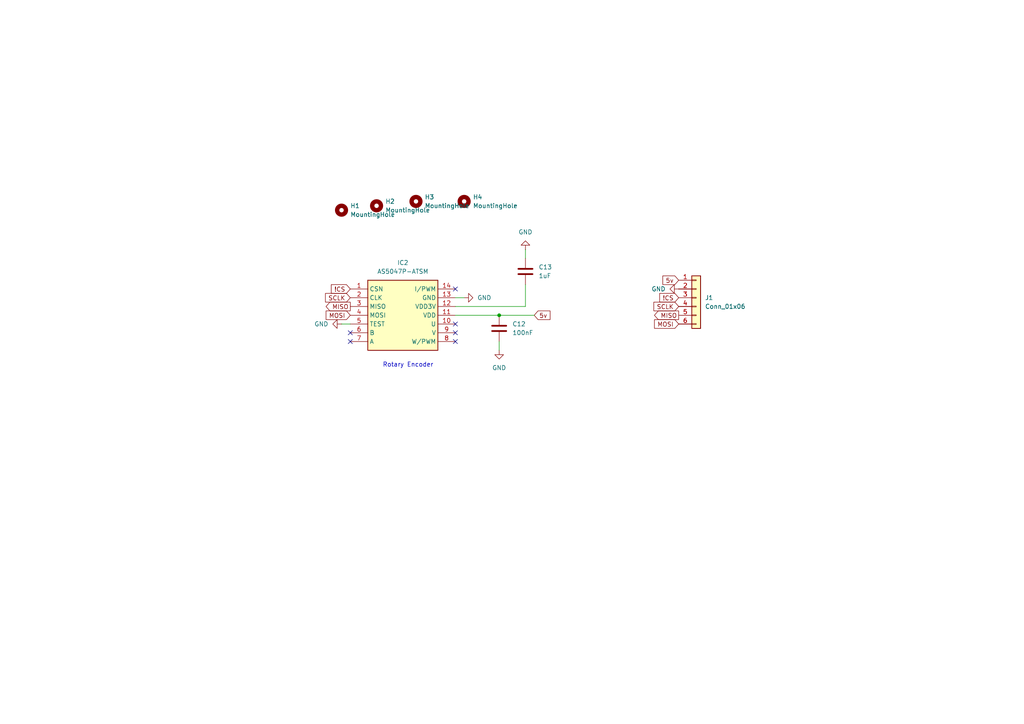
<source format=kicad_sch>
(kicad_sch (version 20250114) (generator "eeschema") (generator_version "9.0")
  (paper "A4")
  (lib_symbols
    (symbol "05-can_encoder:AS5047P-ATSM"
      (property "Reference" "IC" (at 26.67 7.62 0))
      (property "Value" "AS5047P-ATSM" (at 26.67 5.08 0))
      (symbol "AS5047P-ATSM_1_1"
        (rectangle (start 5.08 2.54) (end 25.4 -17.78) (stroke (width 0.254)) (fill (type background)))
        (pin passive line (at 0 0 0) (length 5.08) (name "CSN") (number "1"))
        (pin passive line (at 0 -2.54 0) (length 5.08) (name "CLK") (number "2"))
        (pin passive line (at 0 -5.08 0) (length 5.08) (name "MISO") (number "3"))
        (pin passive line (at 0 -7.62 0) (length 5.08) (name "MOSI") (number "4"))
        (pin passive line (at 0 -10.16 0) (length 5.08) (name "TEST") (number "5"))
        (pin passive line (at 0 -12.7 0) (length 5.08) (name "B") (number "6"))
        (pin passive line (at 0 -15.24 0) (length 5.08) (name "A") (number "7"))
        (pin passive line (at 30.48 0 180) (length 5.08) (name "I/PWM") (number "14"))
        (pin passive line (at 30.48 -2.54 180) (length 5.08) (name "GND") (number "13"))
        (pin passive line (at 30.48 -5.08 180) (length 5.08) (name "VDD3V") (number "12"))
        (pin passive line (at 30.48 -7.62 180) (length 5.08) (name "VDD") (number "11"))
        (pin passive line (at 30.48 -10.16 180) (length 5.08) (name "U") (number "10"))
        (pin passive line (at 30.48 -12.7 180) (length 5.08) (name "V") (number "9"))
        (pin passive line (at 30.48 -15.24 180) (length 5.08) (name "W/PWM") (number "8"))
      )
    )
    (symbol "Connector_Generic:Conn_01x06" (pin_names (offset 1.016) (hide yes))
      (property "Reference" "J" (at 0 7.62 0))
      (property "Value" "Conn_01x06" (at 0 -10.16 0))
      (symbol "Conn_01x06_1_1"
        (rectangle (start -1.27 6.35) (end 1.27 -8.89) (stroke (width 0.254)) (fill (type background)))
        (rectangle (start -1.27 5.207) (end 0 4.953) (stroke (width 0.1524)))
        (rectangle (start -1.27 2.667) (end 0 2.413) (stroke (width 0.1524)))
        (rectangle (start -1.27 0.127) (end 0 -0.127) (stroke (width 0.1524)))
        (rectangle (start -1.27 -2.413) (end 0 -2.667) (stroke (width 0.1524)))
        (rectangle (start -1.27 -4.953) (end 0 -5.207) (stroke (width 0.1524)))
        (rectangle (start -1.27 -7.493) (end 0 -7.747) (stroke (width 0.1524)))
        (pin passive line (at -5.08 5.08 0) (length 3.81) (name "Pin_1") (number "1"))
        (pin passive line (at -5.08 2.54 0) (length 3.81) (name "Pin_2") (number "2"))
        (pin passive line (at -5.08 0 0) (length 3.81) (name "Pin_3") (number "3"))
        (pin passive line (at -5.08 -2.54 0) (length 3.81) (name "Pin_4") (number "4"))
        (pin passive line (at -5.08 -5.08 0) (length 3.81) (name "Pin_5") (number "5"))
        (pin passive line (at -5.08 -7.62 0) (length 3.81) (name "Pin_6") (number "6"))
      )
    )
    (symbol "Device:C" (pin_numbers (hide yes)) (pin_names (offset 0.254))
      (property "Reference" "C" (at 0.635 2.54 0))
      (property "Value" "C" (at 0.635 -2.54 0))
      (symbol "C_0_1"
        (polyline (pts (xy -2.032 0.762) (xy 2.032 0.762)) (stroke (width 0.508)))
        (polyline (pts (xy -2.032 -0.762) (xy 2.032 -0.762)) (stroke (width 0.508)))
      )
      (symbol "C_1_1"
        (pin passive line (at 0 3.81 270) (length 2.794) (name "~") (number "1"))
        (pin passive line (at 0 -3.81 90) (length 2.794) (name "~") (number "2"))
      )
    )
    (symbol "Mechanical:MountingHole" (pin_names (offset 1.016)) (in_bom no)
      (property "Reference" "H" (at 0 5.08 0))
      (property "Value" "MountingHole" (at 0 3.175 0))
      (symbol "MountingHole_0_1"
        (circle (center 0 0) (radius 1.27) (stroke (width 1.27)))
      )
    )
    (symbol "power:GND" (power) (pin_numbers (hide yes)) (pin_names (offset 0) (hide yes))
      (property "Value" "GND" (at 0 -3.81 0))
      (symbol "GND_0_1"
        (polyline (pts (xy 0 0) (xy 0 -1.27) (xy 1.27 -1.27) (xy 0 -2.54) (xy -1.27 -1.27) (xy 0 -1.27)))
      )
      (symbol "GND_1_1"
        (pin power_in line (at 0 0 270) (length 0) (name "~") (number "1"))
      )
    )
  )
  (text "Rotary Encoder" (at 118.364 105.918 0) (effects (font (size 1.27 1.27))))
  (junction (at 144.78 91.44))
  (no_connect (at 132.08 99.06))
  (no_connect (at 132.08 83.82))
  (no_connect (at 132.08 93.98))
  (no_connect (at 101.6 96.52))
  (no_connect (at 101.6 99.06))
  (no_connect (at 132.08 96.52))
  (wire (pts (xy 132.08 88.9) (xy 152.4 88.9)))
  (wire (pts (xy 101.6 93.98) (xy 99.06 93.98)))
  (wire (pts (xy 144.78 91.44) (xy 132.08 91.44)))
  (wire (pts (xy 154.94 91.44) (xy 144.78 91.44)))
  (wire (pts (xy 152.4 74.93) (xy 152.4 72.39)))
  (wire (pts (xy 152.4 82.55) (xy 152.4 88.9)))
  (wire (pts (xy 144.78 99.06) (xy 144.78 101.6)))
  (wire (pts (xy 132.08 86.36) (xy 134.62 86.36)))
  (global_label "!CS" (shape input) (at 101.6 83.82 180) (property "Intersheetrefs" "${INTERSHEET_REFS}" (effects (hide yes))))
  (global_label "MOSI" (shape input) (at 101.6 91.44 180) (property "Intersheetrefs" "${INTERSHEET_REFS}" (effects (hide yes))))
  (global_label "5v" (shape input) (at 154.94 91.44 0) (property "Intersheetrefs" "${INTERSHEET_REFS}" (effects (hide yes))))
  (global_label "MISO" (shape output) (at 196.85 91.44 180) (property "Intersheetrefs" "${INTERSHEET_REFS}" (effects (hide yes))))
  (global_label "MISO" (shape output) (at 101.6 88.9 180) (property "Intersheetrefs" "${INTERSHEET_REFS}" (effects (hide yes))))
  (global_label "!CS" (shape input) (at 196.85 86.36 180) (property "Intersheetrefs" "${INTERSHEET_REFS}" (effects (hide yes))))
  (global_label "SCLK" (shape input) (at 101.6 86.36 180) (property "Intersheetrefs" "${INTERSHEET_REFS}" (effects (hide yes))))
  (global_label "SCLK" (shape input) (at 196.85 88.9 180) (property "Intersheetrefs" "${INTERSHEET_REFS}" (effects (hide yes))))
  (global_label "5v" (shape input) (at 196.85 81.28 180) (property "Intersheetrefs" "${INTERSHEET_REFS}" (effects (hide yes))))
  (global_label "MOSI" (shape input) (at 196.85 93.98 180) (property "Intersheetrefs" "${INTERSHEET_REFS}" (effects (hide yes))))
  (symbol (lib_id "Device:C") (at 152.4 78.74 180) (unit 1)
    (property "Reference" "C13" (at 156.21 77.4699 0) (effects (justify right)))
    (property "Value" "1uF" (at 156.21 80.0099 0) (effects (justify right)))
    (property "Footprint" "Capacitor_SMD:C_0603_1608Metric" (effects (hide yes)))
    (property "Description" "Unpolarized capacitor" (effects (hide yes)))
  )
  (symbol (lib_id "Connector_Generic:Conn_01x06") (at 201.93 86.36 0) (unit 1)
    (property "Reference" "J1" (at 204.47 86.3599 0) (effects (justify left)))
    (property "Value" "Conn_01x06" (at 204.47 88.8999 0) (effects (justify left)))
    (property "Footprint" "Connector_PinHeader_2.54mm:PinHeader_1x06_P2.54mm_Vertical" (effects (hide yes)))
    (property "Description" "Generic connector, single row, 01x06, script generated (kicad-library-utils/schlib/autogen/connector/)" (effects (hide yes)))
  )
  (symbol (lib_id "power:GND") (at 196.85 83.82 270) (unit 1)
    (property "Reference" "#PWR03" (effects (hide yes)))
    (property "Value" "GND" (at 193.04 83.8199 90) (effects (justify right)))
    (property "Description" "Power symbol creates a global label with name \"GND\" , ground" (effects (hide yes)))
  )
  (symbol (lib_id "Mechanical:MountingHole") (at 134.62 58.42 0) (unit 1) (in_bom no)
    (property "Reference" "H4" (at 137.16 57.1499 0) (effects (justify left)))
    (property "Value" "MountingHole" (at 137.16 59.6899 0) (effects (justify left)))
    (property "Footprint" "MountingHole:MountingHole_2.2mm_M2" (effects (hide yes)))
    (property "Description" "Mounting Hole without connection" (effects (hide yes)))
  )
  (symbol (lib_id "Mechanical:MountingHole") (at 99.06 60.96 0) (unit 1) (in_bom no)
    (property "Reference" "H1" (at 101.6 59.6899 0) (effects (justify left)))
    (property "Value" "MountingHole" (at 101.6 62.2299 0) (effects (justify left)))
    (property "Footprint" "MountingHole:MountingHole_2.2mm_M2" (effects (hide yes)))
    (property "Description" "Mounting Hole without connection" (effects (hide yes)))
  )
  (symbol (lib_id "power:GND") (at 99.06 93.98 270) (unit 1)
    (property "Reference" "#PWR02" (effects (hide yes)))
    (property "Value" "GND" (at 95.25 93.9801 90) (effects (justify right)))
    (property "Description" "Power symbol creates a global label with name \"GND\" , ground" (effects (hide yes)))
  )
  (symbol (lib_id "Device:C") (at 144.78 95.25 0) (unit 1)
    (property "Reference" "C12" (at 148.59 93.9799 0) (effects (justify left)))
    (property "Value" "100nF" (at 148.59 96.5199 0) (effects (justify left)))
    (property "Footprint" "Capacitor_SMD:C_0603_1608Metric" (effects (hide yes)))
    (property "Description" "Unpolarized capacitor" (effects (hide yes)))
  )
  (symbol (lib_id "05-can_encoder:AS5047P-ATSM") (at 101.6 83.82 0) (unit 1)
    (property "Reference" "IC2" (at 116.84 76.2 0))
    (property "Value" "AS5047P-ATSM" (at 116.84 78.74 0))
    (property "Footprint" "can_encoder:AS5047P-ATSM" (effects (hide yes)))
    (property "Datasheet" "https://datasheet.datasheetarchive.com/originals/distributors/DKDS-7/120640.pdf" (effects (hide yes)))
    (property "Description" "Board Mount Hall Effect / Magnetic Sensors 14 bit core res Up to 28krpm" (effects (hide yes)))
    (property "Height" "1.2" (effects (hide yes)))
    (property "Mouser Part Number" "985-AS5047P-ATSM" (effects (hide yes)))
    (property "Mouser Price/Stock" "https://www.mouser.co.uk/ProductDetail/ams-OSRAM/AS5047P-ATSM?qs=cGEy3R83DS8fzNOVLHtOgg%3D%3D" (effects (hide yes)))
    (property "Manufacturer_Name" "ams OSRAM" (effects (hide yes)))
    (property "Manufacturer_Part_Number" "AS5047P-ATSM" (effects (hide yes)))
  )
  (symbol (lib_id "power:GND") (at 152.4 72.39 180) (unit 1)
    (property "Reference" "#PWR017" (effects (hide yes)))
    (property "Value" "GND" (at 152.4 67.31 0))
    (property "Description" "Power symbol creates a global label with name \"GND\" , ground" (effects (hide yes)))
  )
  (symbol (lib_id "power:GND") (at 144.78 101.6 0) (unit 1)
    (property "Reference" "#PWR016" (effects (hide yes)))
    (property "Value" "GND" (at 144.78 106.68 0))
    (property "Description" "Power symbol creates a global label with name \"GND\" , ground" (effects (hide yes)))
  )
  (symbol (lib_id "Mechanical:MountingHole") (at 120.65 58.42 0) (unit 1) (in_bom no)
    (property "Reference" "H3" (at 123.19 57.1499 0) (effects (justify left)))
    (property "Value" "MountingHole" (at 123.19 59.6899 0) (effects (justify left)))
    (property "Footprint" "MountingHole:MountingHole_2.2mm_M2" (effects (hide yes)))
    (property "Description" "Mounting Hole without connection" (effects (hide yes)))
  )
  (symbol (lib_id "Mechanical:MountingHole") (at 109.22 59.69 0) (unit 1) (in_bom no)
    (property "Reference" "H2" (at 111.76 58.4199 0) (effects (justify left)))
    (property "Value" "MountingHole" (at 111.76 60.9599 0) (effects (justify left)))
    (property "Footprint" "MountingHole:MountingHole_2.2mm_M2" (effects (hide yes)))
    (property "Description" "Mounting Hole without connection" (effects (hide yes)))
  )
  (symbol (lib_id "power:GND") (at 134.62 86.36 90) (unit 1)
    (property "Reference" "#PWR1" (effects (hide yes)))
    (property "Value" "GND" (at 138.43 86.3599 90) (effects (justify right)))
    (property "Description" "Power symbol creates a global label with name \"GND\" , ground" (effects (hide yes)))
  )
)
</source>
